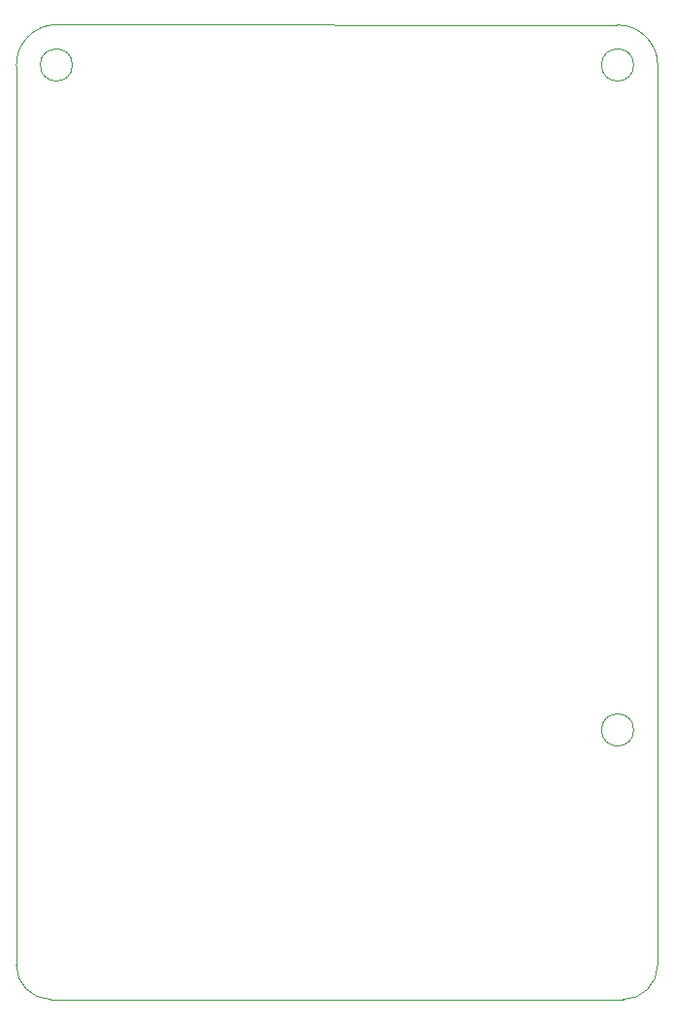
<source format=gbr>
G04 #@! TF.GenerationSoftware,KiCad,Pcbnew,5.1.5+dfsg1-2build2*
G04 #@! TF.CreationDate,2023-05-06T09:23:40+02:00*
G04 #@! TF.ProjectId,digital,64696769-7461-46c2-9e6b-696361645f70,rev?*
G04 #@! TF.SameCoordinates,Original*
G04 #@! TF.FileFunction,Profile,NP*
%FSLAX46Y46*%
G04 Gerber Fmt 4.6, Leading zero omitted, Abs format (unit mm)*
G04 Created by KiCad (PCBNEW 5.1.5+dfsg1-2build2) date 2023-05-06 09:23:40*
%MOMM*%
%LPD*%
G04 APERTURE LIST*
%ADD10C,0.050000*%
G04 APERTURE END LIST*
D10*
X121320515Y-50678380D02*
G75*
G03X121320515Y-50678380I-35355J0D01*
G01*
X170160165Y-47153735D02*
G75*
G02X173735160Y-50678380I49995J-3524645D01*
G01*
X121260160Y-47128380D02*
X170160160Y-47153380D01*
X173735160Y-50678380D02*
X173735160Y-129153380D01*
X170735160Y-132153380D02*
X120735160Y-132153380D01*
X117735515Y-50703375D02*
G75*
G02X121260160Y-47128380I3524645J49995D01*
G01*
X117735160Y-129153380D02*
X117735160Y-50703380D01*
X171633858Y-50649104D02*
G75*
G03X171633858Y-50649104I-1403698J0D01*
G01*
X171633858Y-108653380D02*
G75*
G03X171633858Y-108653380I-1403698J0D01*
G01*
X122630161Y-50653380D02*
G75*
G03X122630161Y-50653380I-1403698J0D01*
G01*
X120735160Y-132153380D02*
G75*
G02X117735160Y-129153380I0J3000000D01*
G01*
X173735160Y-129153380D02*
G75*
G02X170735160Y-132153380I-3000000J0D01*
G01*
M02*

</source>
